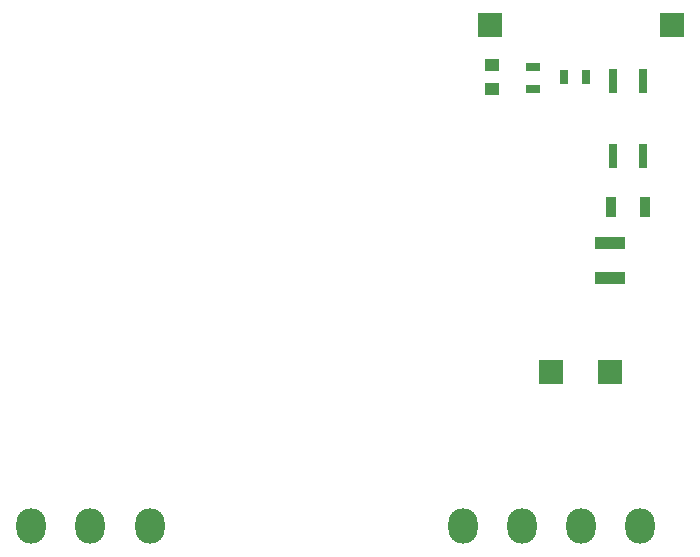
<source format=gbr>
G04 #@! TF.FileFunction,Soldermask,Bot*
%FSLAX46Y46*%
G04 Gerber Fmt 4.6, Leading zero omitted, Abs format (unit mm)*
G04 Created by KiCad (PCBNEW 4.0.7-e2-6376~58~ubuntu16.04.1) date Sun Mar  4 02:40:10 2018*
%MOMM*%
%LPD*%
G01*
G04 APERTURE LIST*
%ADD10C,0.100000*%
%ADD11O,2.500000X3.000000*%
%ADD12R,2.000000X2.000000*%
%ADD13R,0.700000X1.300000*%
%ADD14R,1.300000X0.700000*%
%ADD15R,0.640000X2.000000*%
%ADD16R,2.500000X1.000000*%
%ADD17R,1.250000X1.000000*%
%ADD18R,0.900000X1.700000*%
G04 APERTURE END LIST*
D10*
D11*
X129500000Y-136000000D03*
X134500000Y-136000000D03*
X83000000Y-136000000D03*
X88000000Y-136000000D03*
X93000000Y-136000000D03*
D12*
X127000000Y-123000000D03*
X132000000Y-123000000D03*
X121800000Y-93600000D03*
X137200000Y-93600000D03*
D13*
X129950000Y-98000000D03*
X128050000Y-98000000D03*
D14*
X125500000Y-99000000D03*
X125500000Y-97100000D03*
D11*
X119500000Y-136000000D03*
X124500000Y-136000000D03*
D15*
X134770000Y-104650000D03*
X132230000Y-104650000D03*
X132230000Y-98350000D03*
X134770000Y-98350000D03*
D16*
X132000000Y-112000000D03*
X132000000Y-115000000D03*
D17*
X122000000Y-97000000D03*
X122000000Y-99000000D03*
D18*
X134950000Y-109000000D03*
X132050000Y-109000000D03*
M02*

</source>
